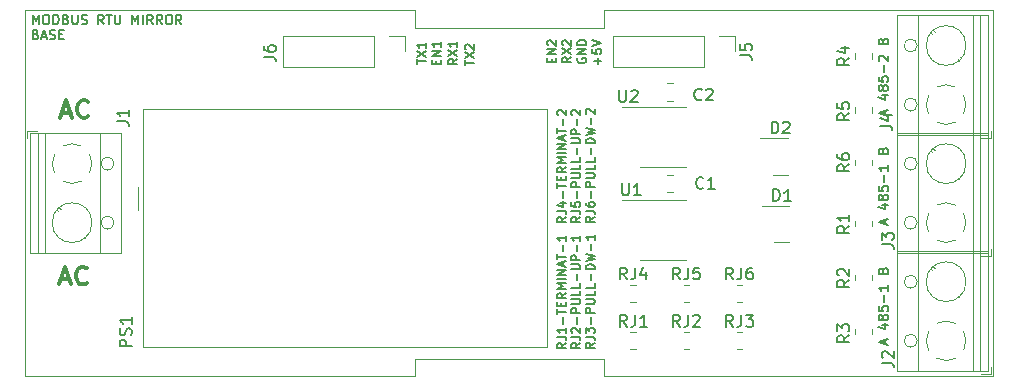
<source format=gbr>
%TF.GenerationSoftware,KiCad,Pcbnew,6.0.11-2627ca5db0~126~ubuntu20.04.1*%
%TF.CreationDate,2024-09-22T13:49:42-05:00*%
%TF.ProjectId,modbus_rtu_mirror_base_88x37x59mm,6d6f6462-7573-45f7-9274-755f6d697272,rev?*%
%TF.SameCoordinates,Original*%
%TF.FileFunction,Legend,Top*%
%TF.FilePolarity,Positive*%
%FSLAX46Y46*%
G04 Gerber Fmt 4.6, Leading zero omitted, Abs format (unit mm)*
G04 Created by KiCad (PCBNEW 6.0.11-2627ca5db0~126~ubuntu20.04.1) date 2024-09-22 13:49:42*
%MOMM*%
%LPD*%
G01*
G04 APERTURE LIST*
%TA.AperFunction,Profile*%
%ADD10C,0.100000*%
%TD*%
%ADD11C,0.200000*%
%ADD12C,0.187500*%
%ADD13C,0.300000*%
%ADD14C,0.150000*%
%ADD15C,0.120000*%
G04 APERTURE END LIST*
D10*
X133000000Y-101500000D02*
X149000000Y-101500000D01*
X149000000Y-131000000D02*
X149000000Y-129500000D01*
X149000000Y-100000000D02*
X149000000Y-101500000D01*
X133000000Y-129500000D02*
X149000000Y-129500000D01*
X100000000Y-100000000D02*
X100000000Y-131000000D01*
X100000000Y-131000000D02*
X133000000Y-131000000D01*
X182000000Y-100000000D02*
X182000000Y-131000000D01*
X149000000Y-131000000D02*
X182000000Y-131000000D01*
X100000000Y-100000000D02*
X133000000Y-100000000D01*
X133000000Y-100000000D02*
X133000000Y-101500000D01*
X133000000Y-131000000D02*
X133000000Y-129500000D01*
X149000000Y-100000000D02*
X182000000Y-100000000D01*
D11*
X100650476Y-101190904D02*
X100650476Y-100390904D01*
X100917142Y-100962333D01*
X101183809Y-100390904D01*
X101183809Y-101190904D01*
X101717142Y-100390904D02*
X101869523Y-100390904D01*
X101945714Y-100429000D01*
X102021904Y-100505190D01*
X102060000Y-100657571D01*
X102060000Y-100924238D01*
X102021904Y-101076619D01*
X101945714Y-101152809D01*
X101869523Y-101190904D01*
X101717142Y-101190904D01*
X101640952Y-101152809D01*
X101564761Y-101076619D01*
X101526666Y-100924238D01*
X101526666Y-100657571D01*
X101564761Y-100505190D01*
X101640952Y-100429000D01*
X101717142Y-100390904D01*
X102402857Y-101190904D02*
X102402857Y-100390904D01*
X102593333Y-100390904D01*
X102707619Y-100429000D01*
X102783809Y-100505190D01*
X102821904Y-100581380D01*
X102860000Y-100733761D01*
X102860000Y-100848047D01*
X102821904Y-101000428D01*
X102783809Y-101076619D01*
X102707619Y-101152809D01*
X102593333Y-101190904D01*
X102402857Y-101190904D01*
X103469523Y-100771857D02*
X103583809Y-100809952D01*
X103621904Y-100848047D01*
X103660000Y-100924238D01*
X103660000Y-101038523D01*
X103621904Y-101114714D01*
X103583809Y-101152809D01*
X103507619Y-101190904D01*
X103202857Y-101190904D01*
X103202857Y-100390904D01*
X103469523Y-100390904D01*
X103545714Y-100429000D01*
X103583809Y-100467095D01*
X103621904Y-100543285D01*
X103621904Y-100619476D01*
X103583809Y-100695666D01*
X103545714Y-100733761D01*
X103469523Y-100771857D01*
X103202857Y-100771857D01*
X104002857Y-100390904D02*
X104002857Y-101038523D01*
X104040952Y-101114714D01*
X104079047Y-101152809D01*
X104155238Y-101190904D01*
X104307619Y-101190904D01*
X104383809Y-101152809D01*
X104421904Y-101114714D01*
X104460000Y-101038523D01*
X104460000Y-100390904D01*
X104802857Y-101152809D02*
X104917142Y-101190904D01*
X105107619Y-101190904D01*
X105183809Y-101152809D01*
X105221904Y-101114714D01*
X105260000Y-101038523D01*
X105260000Y-100962333D01*
X105221904Y-100886142D01*
X105183809Y-100848047D01*
X105107619Y-100809952D01*
X104955238Y-100771857D01*
X104879047Y-100733761D01*
X104840952Y-100695666D01*
X104802857Y-100619476D01*
X104802857Y-100543285D01*
X104840952Y-100467095D01*
X104879047Y-100429000D01*
X104955238Y-100390904D01*
X105145714Y-100390904D01*
X105260000Y-100429000D01*
X106669523Y-101190904D02*
X106402857Y-100809952D01*
X106212380Y-101190904D02*
X106212380Y-100390904D01*
X106517142Y-100390904D01*
X106593333Y-100429000D01*
X106631428Y-100467095D01*
X106669523Y-100543285D01*
X106669523Y-100657571D01*
X106631428Y-100733761D01*
X106593333Y-100771857D01*
X106517142Y-100809952D01*
X106212380Y-100809952D01*
X106898095Y-100390904D02*
X107355238Y-100390904D01*
X107126666Y-101190904D02*
X107126666Y-100390904D01*
X107621904Y-100390904D02*
X107621904Y-101038523D01*
X107660000Y-101114714D01*
X107698095Y-101152809D01*
X107774285Y-101190904D01*
X107926666Y-101190904D01*
X108002857Y-101152809D01*
X108040952Y-101114714D01*
X108079047Y-101038523D01*
X108079047Y-100390904D01*
X109069523Y-101190904D02*
X109069523Y-100390904D01*
X109336190Y-100962333D01*
X109602857Y-100390904D01*
X109602857Y-101190904D01*
X109983809Y-101190904D02*
X109983809Y-100390904D01*
X110821904Y-101190904D02*
X110555238Y-100809952D01*
X110364761Y-101190904D02*
X110364761Y-100390904D01*
X110669523Y-100390904D01*
X110745714Y-100429000D01*
X110783809Y-100467095D01*
X110821904Y-100543285D01*
X110821904Y-100657571D01*
X110783809Y-100733761D01*
X110745714Y-100771857D01*
X110669523Y-100809952D01*
X110364761Y-100809952D01*
X111621904Y-101190904D02*
X111355238Y-100809952D01*
X111164761Y-101190904D02*
X111164761Y-100390904D01*
X111469523Y-100390904D01*
X111545714Y-100429000D01*
X111583809Y-100467095D01*
X111621904Y-100543285D01*
X111621904Y-100657571D01*
X111583809Y-100733761D01*
X111545714Y-100771857D01*
X111469523Y-100809952D01*
X111164761Y-100809952D01*
X112117142Y-100390904D02*
X112269523Y-100390904D01*
X112345714Y-100429000D01*
X112421904Y-100505190D01*
X112460000Y-100657571D01*
X112460000Y-100924238D01*
X112421904Y-101076619D01*
X112345714Y-101152809D01*
X112269523Y-101190904D01*
X112117142Y-101190904D01*
X112040952Y-101152809D01*
X111964761Y-101076619D01*
X111926666Y-100924238D01*
X111926666Y-100657571D01*
X111964761Y-100505190D01*
X112040952Y-100429000D01*
X112117142Y-100390904D01*
X113260000Y-101190904D02*
X112993333Y-100809952D01*
X112802857Y-101190904D02*
X112802857Y-100390904D01*
X113107619Y-100390904D01*
X113183809Y-100429000D01*
X113221904Y-100467095D01*
X113260000Y-100543285D01*
X113260000Y-100657571D01*
X113221904Y-100733761D01*
X113183809Y-100771857D01*
X113107619Y-100809952D01*
X112802857Y-100809952D01*
X100917142Y-102059857D02*
X101031428Y-102097952D01*
X101069523Y-102136047D01*
X101107619Y-102212238D01*
X101107619Y-102326523D01*
X101069523Y-102402714D01*
X101031428Y-102440809D01*
X100955238Y-102478904D01*
X100650476Y-102478904D01*
X100650476Y-101678904D01*
X100917142Y-101678904D01*
X100993333Y-101717000D01*
X101031428Y-101755095D01*
X101069523Y-101831285D01*
X101069523Y-101907476D01*
X101031428Y-101983666D01*
X100993333Y-102021761D01*
X100917142Y-102059857D01*
X100650476Y-102059857D01*
X101412380Y-102250333D02*
X101793333Y-102250333D01*
X101336190Y-102478904D02*
X101602857Y-101678904D01*
X101869523Y-102478904D01*
X102098095Y-102440809D02*
X102212380Y-102478904D01*
X102402857Y-102478904D01*
X102479047Y-102440809D01*
X102517142Y-102402714D01*
X102555238Y-102326523D01*
X102555238Y-102250333D01*
X102517142Y-102174142D01*
X102479047Y-102136047D01*
X102402857Y-102097952D01*
X102250476Y-102059857D01*
X102174285Y-102021761D01*
X102136190Y-101983666D01*
X102098095Y-101907476D01*
X102098095Y-101831285D01*
X102136190Y-101755095D01*
X102174285Y-101717000D01*
X102250476Y-101678904D01*
X102440952Y-101678904D01*
X102555238Y-101717000D01*
X102898095Y-102059857D02*
X103164761Y-102059857D01*
X103279047Y-102478904D02*
X102898095Y-102478904D01*
X102898095Y-101678904D01*
X103279047Y-101678904D01*
D12*
X134820428Y-104542714D02*
X134820428Y-104292714D01*
X135213285Y-104185571D02*
X135213285Y-104542714D01*
X134463285Y-104542714D01*
X134463285Y-104185571D01*
X135213285Y-103864142D02*
X134463285Y-103864142D01*
X135213285Y-103435571D01*
X134463285Y-103435571D01*
X135213285Y-102685571D02*
X135213285Y-103114142D01*
X135213285Y-102899857D02*
X134463285Y-102899857D01*
X134570428Y-102971285D01*
X134641857Y-103042714D01*
X134677571Y-103114142D01*
X133193285Y-104560571D02*
X133193285Y-104132000D01*
X133943285Y-104346285D02*
X133193285Y-104346285D01*
X133193285Y-103953428D02*
X133943285Y-103453428D01*
X133193285Y-103453428D02*
X133943285Y-103953428D01*
X133943285Y-102774857D02*
X133943285Y-103203428D01*
X133943285Y-102989142D02*
X133193285Y-102989142D01*
X133300428Y-103060571D01*
X133371857Y-103132000D01*
X133407571Y-103203428D01*
X148516571Y-104596285D02*
X148516571Y-104024857D01*
X148802285Y-104310571D02*
X148230857Y-104310571D01*
X148052285Y-103310571D02*
X148052285Y-103667714D01*
X148409428Y-103703428D01*
X148373714Y-103667714D01*
X148338000Y-103596285D01*
X148338000Y-103417714D01*
X148373714Y-103346285D01*
X148409428Y-103310571D01*
X148480857Y-103274857D01*
X148659428Y-103274857D01*
X148730857Y-103310571D01*
X148766571Y-103346285D01*
X148802285Y-103417714D01*
X148802285Y-103596285D01*
X148766571Y-103667714D01*
X148730857Y-103703428D01*
X148052285Y-103060571D02*
X148802285Y-102810571D01*
X148052285Y-102560571D01*
D11*
X172853333Y-118154047D02*
X172853333Y-117773095D01*
X173081904Y-118230238D02*
X172281904Y-117963571D01*
X173081904Y-117696904D01*
X172548571Y-116477857D02*
X173081904Y-116477857D01*
X172243809Y-116668333D02*
X172815238Y-116858809D01*
X172815238Y-116363571D01*
X172624761Y-115944523D02*
X172586666Y-116020714D01*
X172548571Y-116058809D01*
X172472380Y-116096904D01*
X172434285Y-116096904D01*
X172358095Y-116058809D01*
X172320000Y-116020714D01*
X172281904Y-115944523D01*
X172281904Y-115792142D01*
X172320000Y-115715952D01*
X172358095Y-115677857D01*
X172434285Y-115639761D01*
X172472380Y-115639761D01*
X172548571Y-115677857D01*
X172586666Y-115715952D01*
X172624761Y-115792142D01*
X172624761Y-115944523D01*
X172662857Y-116020714D01*
X172700952Y-116058809D01*
X172777142Y-116096904D01*
X172929523Y-116096904D01*
X173005714Y-116058809D01*
X173043809Y-116020714D01*
X173081904Y-115944523D01*
X173081904Y-115792142D01*
X173043809Y-115715952D01*
X173005714Y-115677857D01*
X172929523Y-115639761D01*
X172777142Y-115639761D01*
X172700952Y-115677857D01*
X172662857Y-115715952D01*
X172624761Y-115792142D01*
X172281904Y-114915952D02*
X172281904Y-115296904D01*
X172662857Y-115335000D01*
X172624761Y-115296904D01*
X172586666Y-115220714D01*
X172586666Y-115030238D01*
X172624761Y-114954047D01*
X172662857Y-114915952D01*
X172739047Y-114877857D01*
X172929523Y-114877857D01*
X173005714Y-114915952D01*
X173043809Y-114954047D01*
X173081904Y-115030238D01*
X173081904Y-115220714D01*
X173043809Y-115296904D01*
X173005714Y-115335000D01*
X172777142Y-114535000D02*
X172777142Y-113925476D01*
X173081904Y-113125476D02*
X173081904Y-113582619D01*
X173081904Y-113354047D02*
X172281904Y-113354047D01*
X172396190Y-113430238D01*
X172472380Y-113506428D01*
X172510476Y-113582619D01*
X172662857Y-111906428D02*
X172700952Y-111792142D01*
X172739047Y-111754047D01*
X172815238Y-111715952D01*
X172929523Y-111715952D01*
X173005714Y-111754047D01*
X173043809Y-111792142D01*
X173081904Y-111868333D01*
X173081904Y-112173095D01*
X172281904Y-112173095D01*
X172281904Y-111906428D01*
X172320000Y-111830238D01*
X172358095Y-111792142D01*
X172434285Y-111754047D01*
X172510476Y-111754047D01*
X172586666Y-111792142D01*
X172624761Y-111830238D01*
X172662857Y-111906428D01*
X172662857Y-112173095D01*
D12*
X145816785Y-117507982D02*
X145459642Y-117757982D01*
X145816785Y-117936553D02*
X145066785Y-117936553D01*
X145066785Y-117650839D01*
X145102500Y-117579410D01*
X145138214Y-117543696D01*
X145209642Y-117507982D01*
X145316785Y-117507982D01*
X145388214Y-117543696D01*
X145423928Y-117579410D01*
X145459642Y-117650839D01*
X145459642Y-117936553D01*
X145066785Y-116972267D02*
X145602500Y-116972267D01*
X145709642Y-117007982D01*
X145781071Y-117079410D01*
X145816785Y-117186553D01*
X145816785Y-117257982D01*
X145316785Y-116293696D02*
X145816785Y-116293696D01*
X145031071Y-116472267D02*
X145566785Y-116650839D01*
X145566785Y-116186553D01*
X145531071Y-115900839D02*
X145531071Y-115329410D01*
X145066785Y-115079410D02*
X145066785Y-114650839D01*
X145816785Y-114865125D02*
X145066785Y-114865125D01*
X145423928Y-114400839D02*
X145423928Y-114150839D01*
X145816785Y-114043696D02*
X145816785Y-114400839D01*
X145066785Y-114400839D01*
X145066785Y-114043696D01*
X145816785Y-113293696D02*
X145459642Y-113543696D01*
X145816785Y-113722267D02*
X145066785Y-113722267D01*
X145066785Y-113436553D01*
X145102500Y-113365125D01*
X145138214Y-113329410D01*
X145209642Y-113293696D01*
X145316785Y-113293696D01*
X145388214Y-113329410D01*
X145423928Y-113365125D01*
X145459642Y-113436553D01*
X145459642Y-113722267D01*
X145816785Y-112972267D02*
X145066785Y-112972267D01*
X145602500Y-112722267D01*
X145066785Y-112472267D01*
X145816785Y-112472267D01*
X145816785Y-112115125D02*
X145066785Y-112115125D01*
X145816785Y-111757982D02*
X145066785Y-111757982D01*
X145816785Y-111329410D01*
X145066785Y-111329410D01*
X145602500Y-111007982D02*
X145602500Y-110650839D01*
X145816785Y-111079410D02*
X145066785Y-110829410D01*
X145816785Y-110579410D01*
X145066785Y-110436553D02*
X145066785Y-110007982D01*
X145816785Y-110222267D02*
X145066785Y-110222267D01*
X145531071Y-109757982D02*
X145531071Y-109186553D01*
X145138214Y-108865125D02*
X145102500Y-108829410D01*
X145066785Y-108757982D01*
X145066785Y-108579410D01*
X145102500Y-108507982D01*
X145138214Y-108472267D01*
X145209642Y-108436553D01*
X145281071Y-108436553D01*
X145388214Y-108472267D01*
X145816785Y-108900839D01*
X145816785Y-108436553D01*
X147024285Y-117507982D02*
X146667142Y-117757982D01*
X147024285Y-117936553D02*
X146274285Y-117936553D01*
X146274285Y-117650839D01*
X146310000Y-117579410D01*
X146345714Y-117543696D01*
X146417142Y-117507982D01*
X146524285Y-117507982D01*
X146595714Y-117543696D01*
X146631428Y-117579410D01*
X146667142Y-117650839D01*
X146667142Y-117936553D01*
X146274285Y-116972267D02*
X146810000Y-116972267D01*
X146917142Y-117007982D01*
X146988571Y-117079410D01*
X147024285Y-117186553D01*
X147024285Y-117257982D01*
X146274285Y-116257982D02*
X146274285Y-116615125D01*
X146631428Y-116650839D01*
X146595714Y-116615125D01*
X146560000Y-116543696D01*
X146560000Y-116365125D01*
X146595714Y-116293696D01*
X146631428Y-116257982D01*
X146702857Y-116222267D01*
X146881428Y-116222267D01*
X146952857Y-116257982D01*
X146988571Y-116293696D01*
X147024285Y-116365125D01*
X147024285Y-116543696D01*
X146988571Y-116615125D01*
X146952857Y-116650839D01*
X146738571Y-115900839D02*
X146738571Y-115329410D01*
X147024285Y-114972267D02*
X146274285Y-114972267D01*
X146274285Y-114686553D01*
X146310000Y-114615125D01*
X146345714Y-114579410D01*
X146417142Y-114543696D01*
X146524285Y-114543696D01*
X146595714Y-114579410D01*
X146631428Y-114615125D01*
X146667142Y-114686553D01*
X146667142Y-114972267D01*
X146274285Y-114222267D02*
X146881428Y-114222267D01*
X146952857Y-114186553D01*
X146988571Y-114150839D01*
X147024285Y-114079410D01*
X147024285Y-113936553D01*
X146988571Y-113865125D01*
X146952857Y-113829410D01*
X146881428Y-113793696D01*
X146274285Y-113793696D01*
X147024285Y-113079410D02*
X147024285Y-113436553D01*
X146274285Y-113436553D01*
X147024285Y-112472267D02*
X147024285Y-112829410D01*
X146274285Y-112829410D01*
X146738571Y-112222267D02*
X146738571Y-111650839D01*
X146274285Y-111293696D02*
X146881428Y-111293696D01*
X146952857Y-111257982D01*
X146988571Y-111222267D01*
X147024285Y-111150839D01*
X147024285Y-111007982D01*
X146988571Y-110936553D01*
X146952857Y-110900839D01*
X146881428Y-110865125D01*
X146274285Y-110865125D01*
X147024285Y-110507982D02*
X146274285Y-110507982D01*
X146274285Y-110222267D01*
X146310000Y-110150839D01*
X146345714Y-110115125D01*
X146417142Y-110079410D01*
X146524285Y-110079410D01*
X146595714Y-110115125D01*
X146631428Y-110150839D01*
X146667142Y-110222267D01*
X146667142Y-110507982D01*
X146738571Y-109757982D02*
X146738571Y-109186553D01*
X146345714Y-108865125D02*
X146310000Y-108829410D01*
X146274285Y-108757982D01*
X146274285Y-108579410D01*
X146310000Y-108507982D01*
X146345714Y-108472267D01*
X146417142Y-108436553D01*
X146488571Y-108436553D01*
X146595714Y-108472267D01*
X147024285Y-108900839D01*
X147024285Y-108436553D01*
X148231785Y-117507982D02*
X147874642Y-117757982D01*
X148231785Y-117936553D02*
X147481785Y-117936553D01*
X147481785Y-117650839D01*
X147517500Y-117579410D01*
X147553214Y-117543696D01*
X147624642Y-117507982D01*
X147731785Y-117507982D01*
X147803214Y-117543696D01*
X147838928Y-117579410D01*
X147874642Y-117650839D01*
X147874642Y-117936553D01*
X147481785Y-116972267D02*
X148017500Y-116972267D01*
X148124642Y-117007982D01*
X148196071Y-117079410D01*
X148231785Y-117186553D01*
X148231785Y-117257982D01*
X147481785Y-116293696D02*
X147481785Y-116436553D01*
X147517500Y-116507982D01*
X147553214Y-116543696D01*
X147660357Y-116615125D01*
X147803214Y-116650839D01*
X148088928Y-116650839D01*
X148160357Y-116615125D01*
X148196071Y-116579410D01*
X148231785Y-116507982D01*
X148231785Y-116365125D01*
X148196071Y-116293696D01*
X148160357Y-116257982D01*
X148088928Y-116222267D01*
X147910357Y-116222267D01*
X147838928Y-116257982D01*
X147803214Y-116293696D01*
X147767500Y-116365125D01*
X147767500Y-116507982D01*
X147803214Y-116579410D01*
X147838928Y-116615125D01*
X147910357Y-116650839D01*
X147946071Y-115900839D02*
X147946071Y-115329410D01*
X148231785Y-114972267D02*
X147481785Y-114972267D01*
X147481785Y-114686553D01*
X147517500Y-114615125D01*
X147553214Y-114579410D01*
X147624642Y-114543696D01*
X147731785Y-114543696D01*
X147803214Y-114579410D01*
X147838928Y-114615125D01*
X147874642Y-114686553D01*
X147874642Y-114972267D01*
X147481785Y-114222267D02*
X148088928Y-114222267D01*
X148160357Y-114186553D01*
X148196071Y-114150839D01*
X148231785Y-114079410D01*
X148231785Y-113936553D01*
X148196071Y-113865125D01*
X148160357Y-113829410D01*
X148088928Y-113793696D01*
X147481785Y-113793696D01*
X148231785Y-113079410D02*
X148231785Y-113436553D01*
X147481785Y-113436553D01*
X148231785Y-112472267D02*
X148231785Y-112829410D01*
X147481785Y-112829410D01*
X147946071Y-112222267D02*
X147946071Y-111650839D01*
X148231785Y-111293696D02*
X147481785Y-111293696D01*
X147481785Y-111115125D01*
X147517500Y-111007982D01*
X147588928Y-110936553D01*
X147660357Y-110900839D01*
X147803214Y-110865125D01*
X147910357Y-110865125D01*
X148053214Y-110900839D01*
X148124642Y-110936553D01*
X148196071Y-111007982D01*
X148231785Y-111115125D01*
X148231785Y-111293696D01*
X147481785Y-110615125D02*
X148231785Y-110436553D01*
X147696071Y-110293696D01*
X148231785Y-110150839D01*
X147481785Y-109972267D01*
X147946071Y-109686553D02*
X147946071Y-109115125D01*
X147553214Y-108793696D02*
X147517500Y-108757982D01*
X147481785Y-108686553D01*
X147481785Y-108507982D01*
X147517500Y-108436553D01*
X147553214Y-108400839D01*
X147624642Y-108365125D01*
X147696071Y-108365125D01*
X147803214Y-108400839D01*
X148231785Y-108829410D01*
X148231785Y-108365125D01*
X136610285Y-104114142D02*
X136253142Y-104364142D01*
X136610285Y-104542714D02*
X135860285Y-104542714D01*
X135860285Y-104257000D01*
X135896000Y-104185571D01*
X135931714Y-104149857D01*
X136003142Y-104114142D01*
X136110285Y-104114142D01*
X136181714Y-104149857D01*
X136217428Y-104185571D01*
X136253142Y-104257000D01*
X136253142Y-104542714D01*
X135860285Y-103864142D02*
X136610285Y-103364142D01*
X135860285Y-103364142D02*
X136610285Y-103864142D01*
X136610285Y-102685571D02*
X136610285Y-103114142D01*
X136610285Y-102899857D02*
X135860285Y-102899857D01*
X135967428Y-102971285D01*
X136038857Y-103042714D01*
X136074571Y-103114142D01*
D11*
X172853333Y-108883047D02*
X172853333Y-108502095D01*
X173081904Y-108959238D02*
X172281904Y-108692571D01*
X173081904Y-108425904D01*
X172548571Y-107206857D02*
X173081904Y-107206857D01*
X172243809Y-107397333D02*
X172815238Y-107587809D01*
X172815238Y-107092571D01*
X172624761Y-106673523D02*
X172586666Y-106749714D01*
X172548571Y-106787809D01*
X172472380Y-106825904D01*
X172434285Y-106825904D01*
X172358095Y-106787809D01*
X172320000Y-106749714D01*
X172281904Y-106673523D01*
X172281904Y-106521142D01*
X172320000Y-106444952D01*
X172358095Y-106406857D01*
X172434285Y-106368761D01*
X172472380Y-106368761D01*
X172548571Y-106406857D01*
X172586666Y-106444952D01*
X172624761Y-106521142D01*
X172624761Y-106673523D01*
X172662857Y-106749714D01*
X172700952Y-106787809D01*
X172777142Y-106825904D01*
X172929523Y-106825904D01*
X173005714Y-106787809D01*
X173043809Y-106749714D01*
X173081904Y-106673523D01*
X173081904Y-106521142D01*
X173043809Y-106444952D01*
X173005714Y-106406857D01*
X172929523Y-106368761D01*
X172777142Y-106368761D01*
X172700952Y-106406857D01*
X172662857Y-106444952D01*
X172624761Y-106521142D01*
X172281904Y-105644952D02*
X172281904Y-106025904D01*
X172662857Y-106064000D01*
X172624761Y-106025904D01*
X172586666Y-105949714D01*
X172586666Y-105759238D01*
X172624761Y-105683047D01*
X172662857Y-105644952D01*
X172739047Y-105606857D01*
X172929523Y-105606857D01*
X173005714Y-105644952D01*
X173043809Y-105683047D01*
X173081904Y-105759238D01*
X173081904Y-105949714D01*
X173043809Y-106025904D01*
X173005714Y-106064000D01*
X172777142Y-105264000D02*
X172777142Y-104654476D01*
X172358095Y-104311619D02*
X172320000Y-104273523D01*
X172281904Y-104197333D01*
X172281904Y-104006857D01*
X172320000Y-103930666D01*
X172358095Y-103892571D01*
X172434285Y-103854476D01*
X172510476Y-103854476D01*
X172624761Y-103892571D01*
X173081904Y-104349714D01*
X173081904Y-103854476D01*
X172662857Y-102635428D02*
X172700952Y-102521142D01*
X172739047Y-102483047D01*
X172815238Y-102444952D01*
X172929523Y-102444952D01*
X173005714Y-102483047D01*
X173043809Y-102521142D01*
X173081904Y-102597333D01*
X173081904Y-102902095D01*
X172281904Y-102902095D01*
X172281904Y-102635428D01*
X172320000Y-102559238D01*
X172358095Y-102521142D01*
X172434285Y-102483047D01*
X172510476Y-102483047D01*
X172586666Y-102521142D01*
X172624761Y-102559238D01*
X172662857Y-102635428D01*
X172662857Y-102902095D01*
D13*
X103159857Y-108708000D02*
X103874142Y-108708000D01*
X103017000Y-109136571D02*
X103517000Y-107636571D01*
X104017000Y-109136571D01*
X105374142Y-108993714D02*
X105302714Y-109065142D01*
X105088428Y-109136571D01*
X104945571Y-109136571D01*
X104731285Y-109065142D01*
X104588428Y-108922285D01*
X104517000Y-108779428D01*
X104445571Y-108493714D01*
X104445571Y-108279428D01*
X104517000Y-107993714D01*
X104588428Y-107850857D01*
X104731285Y-107708000D01*
X104945571Y-107636571D01*
X105088428Y-107636571D01*
X105302714Y-107708000D01*
X105374142Y-107779428D01*
D12*
X146818000Y-104076428D02*
X146782285Y-104147857D01*
X146782285Y-104255000D01*
X146818000Y-104362142D01*
X146889428Y-104433571D01*
X146960857Y-104469285D01*
X147103714Y-104505000D01*
X147210857Y-104505000D01*
X147353714Y-104469285D01*
X147425142Y-104433571D01*
X147496571Y-104362142D01*
X147532285Y-104255000D01*
X147532285Y-104183571D01*
X147496571Y-104076428D01*
X147460857Y-104040714D01*
X147210857Y-104040714D01*
X147210857Y-104183571D01*
X147532285Y-103719285D02*
X146782285Y-103719285D01*
X147532285Y-103290714D01*
X146782285Y-103290714D01*
X147532285Y-102933571D02*
X146782285Y-102933571D01*
X146782285Y-102755000D01*
X146818000Y-102647857D01*
X146889428Y-102576428D01*
X146960857Y-102540714D01*
X147103714Y-102505000D01*
X147210857Y-102505000D01*
X147353714Y-102540714D01*
X147425142Y-102576428D01*
X147496571Y-102647857D01*
X147532285Y-102755000D01*
X147532285Y-102933571D01*
D11*
X172853333Y-128314047D02*
X172853333Y-127933095D01*
X173081904Y-128390238D02*
X172281904Y-128123571D01*
X173081904Y-127856904D01*
X172548571Y-126637857D02*
X173081904Y-126637857D01*
X172243809Y-126828333D02*
X172815238Y-127018809D01*
X172815238Y-126523571D01*
X172624761Y-126104523D02*
X172586666Y-126180714D01*
X172548571Y-126218809D01*
X172472380Y-126256904D01*
X172434285Y-126256904D01*
X172358095Y-126218809D01*
X172320000Y-126180714D01*
X172281904Y-126104523D01*
X172281904Y-125952142D01*
X172320000Y-125875952D01*
X172358095Y-125837857D01*
X172434285Y-125799761D01*
X172472380Y-125799761D01*
X172548571Y-125837857D01*
X172586666Y-125875952D01*
X172624761Y-125952142D01*
X172624761Y-126104523D01*
X172662857Y-126180714D01*
X172700952Y-126218809D01*
X172777142Y-126256904D01*
X172929523Y-126256904D01*
X173005714Y-126218809D01*
X173043809Y-126180714D01*
X173081904Y-126104523D01*
X173081904Y-125952142D01*
X173043809Y-125875952D01*
X173005714Y-125837857D01*
X172929523Y-125799761D01*
X172777142Y-125799761D01*
X172700952Y-125837857D01*
X172662857Y-125875952D01*
X172624761Y-125952142D01*
X172281904Y-125075952D02*
X172281904Y-125456904D01*
X172662857Y-125495000D01*
X172624761Y-125456904D01*
X172586666Y-125380714D01*
X172586666Y-125190238D01*
X172624761Y-125114047D01*
X172662857Y-125075952D01*
X172739047Y-125037857D01*
X172929523Y-125037857D01*
X173005714Y-125075952D01*
X173043809Y-125114047D01*
X173081904Y-125190238D01*
X173081904Y-125380714D01*
X173043809Y-125456904D01*
X173005714Y-125495000D01*
X172777142Y-124695000D02*
X172777142Y-124085476D01*
X173081904Y-123285476D02*
X173081904Y-123742619D01*
X173081904Y-123514047D02*
X172281904Y-123514047D01*
X172396190Y-123590238D01*
X172472380Y-123666428D01*
X172510476Y-123742619D01*
X172662857Y-122066428D02*
X172700952Y-121952142D01*
X172739047Y-121914047D01*
X172815238Y-121875952D01*
X172929523Y-121875952D01*
X173005714Y-121914047D01*
X173043809Y-121952142D01*
X173081904Y-122028333D01*
X173081904Y-122333095D01*
X172281904Y-122333095D01*
X172281904Y-122066428D01*
X172320000Y-121990238D01*
X172358095Y-121952142D01*
X172434285Y-121914047D01*
X172510476Y-121914047D01*
X172586666Y-121952142D01*
X172624761Y-121990238D01*
X172662857Y-122066428D01*
X172662857Y-122333095D01*
D12*
X146262285Y-103987142D02*
X145905142Y-104237142D01*
X146262285Y-104415714D02*
X145512285Y-104415714D01*
X145512285Y-104130000D01*
X145548000Y-104058571D01*
X145583714Y-104022857D01*
X145655142Y-103987142D01*
X145762285Y-103987142D01*
X145833714Y-104022857D01*
X145869428Y-104058571D01*
X145905142Y-104130000D01*
X145905142Y-104415714D01*
X145512285Y-103737142D02*
X146262285Y-103237142D01*
X145512285Y-103237142D02*
X146262285Y-103737142D01*
X145583714Y-102987142D02*
X145548000Y-102951428D01*
X145512285Y-102880000D01*
X145512285Y-102701428D01*
X145548000Y-102630000D01*
X145583714Y-102594285D01*
X145655142Y-102558571D01*
X145726571Y-102558571D01*
X145833714Y-102594285D01*
X146262285Y-103022857D01*
X146262285Y-102558571D01*
X144599428Y-104415714D02*
X144599428Y-104165714D01*
X144992285Y-104058571D02*
X144992285Y-104415714D01*
X144242285Y-104415714D01*
X144242285Y-104058571D01*
X144992285Y-103737142D02*
X144242285Y-103737142D01*
X144992285Y-103308571D01*
X144242285Y-103308571D01*
X144313714Y-102987142D02*
X144278000Y-102951428D01*
X144242285Y-102880000D01*
X144242285Y-102701428D01*
X144278000Y-102630000D01*
X144313714Y-102594285D01*
X144385142Y-102558571D01*
X144456571Y-102558571D01*
X144563714Y-102594285D01*
X144992285Y-103022857D01*
X144992285Y-102558571D01*
D13*
X103032857Y-122805000D02*
X103747142Y-122805000D01*
X102890000Y-123233571D02*
X103390000Y-121733571D01*
X103890000Y-123233571D01*
X105247142Y-123090714D02*
X105175714Y-123162142D01*
X104961428Y-123233571D01*
X104818571Y-123233571D01*
X104604285Y-123162142D01*
X104461428Y-123019285D01*
X104390000Y-122876428D01*
X104318571Y-122590714D01*
X104318571Y-122376428D01*
X104390000Y-122090714D01*
X104461428Y-121947857D01*
X104604285Y-121805000D01*
X104818571Y-121733571D01*
X104961428Y-121733571D01*
X105175714Y-121805000D01*
X105247142Y-121876428D01*
D12*
X137257285Y-104687571D02*
X137257285Y-104259000D01*
X138007285Y-104473285D02*
X137257285Y-104473285D01*
X137257285Y-104080428D02*
X138007285Y-103580428D01*
X137257285Y-103580428D02*
X138007285Y-104080428D01*
X137328714Y-103330428D02*
X137293000Y-103294714D01*
X137257285Y-103223285D01*
X137257285Y-103044714D01*
X137293000Y-102973285D01*
X137328714Y-102937571D01*
X137400142Y-102901857D01*
X137471571Y-102901857D01*
X137578714Y-102937571D01*
X138007285Y-103366142D01*
X138007285Y-102901857D01*
X145816785Y-128175982D02*
X145459642Y-128425982D01*
X145816785Y-128604553D02*
X145066785Y-128604553D01*
X145066785Y-128318839D01*
X145102500Y-128247410D01*
X145138214Y-128211696D01*
X145209642Y-128175982D01*
X145316785Y-128175982D01*
X145388214Y-128211696D01*
X145423928Y-128247410D01*
X145459642Y-128318839D01*
X145459642Y-128604553D01*
X145066785Y-127640267D02*
X145602500Y-127640267D01*
X145709642Y-127675982D01*
X145781071Y-127747410D01*
X145816785Y-127854553D01*
X145816785Y-127925982D01*
X145816785Y-126890267D02*
X145816785Y-127318839D01*
X145816785Y-127104553D02*
X145066785Y-127104553D01*
X145173928Y-127175982D01*
X145245357Y-127247410D01*
X145281071Y-127318839D01*
X145531071Y-126568839D02*
X145531071Y-125997410D01*
X145066785Y-125747410D02*
X145066785Y-125318839D01*
X145816785Y-125533125D02*
X145066785Y-125533125D01*
X145423928Y-125068839D02*
X145423928Y-124818839D01*
X145816785Y-124711696D02*
X145816785Y-125068839D01*
X145066785Y-125068839D01*
X145066785Y-124711696D01*
X145816785Y-123961696D02*
X145459642Y-124211696D01*
X145816785Y-124390267D02*
X145066785Y-124390267D01*
X145066785Y-124104553D01*
X145102500Y-124033125D01*
X145138214Y-123997410D01*
X145209642Y-123961696D01*
X145316785Y-123961696D01*
X145388214Y-123997410D01*
X145423928Y-124033125D01*
X145459642Y-124104553D01*
X145459642Y-124390267D01*
X145816785Y-123640267D02*
X145066785Y-123640267D01*
X145602500Y-123390267D01*
X145066785Y-123140267D01*
X145816785Y-123140267D01*
X145816785Y-122783125D02*
X145066785Y-122783125D01*
X145816785Y-122425982D02*
X145066785Y-122425982D01*
X145816785Y-121997410D01*
X145066785Y-121997410D01*
X145602500Y-121675982D02*
X145602500Y-121318839D01*
X145816785Y-121747410D02*
X145066785Y-121497410D01*
X145816785Y-121247410D01*
X145066785Y-121104553D02*
X145066785Y-120675982D01*
X145816785Y-120890267D02*
X145066785Y-120890267D01*
X145531071Y-120425982D02*
X145531071Y-119854553D01*
X145816785Y-119104553D02*
X145816785Y-119533125D01*
X145816785Y-119318839D02*
X145066785Y-119318839D01*
X145173928Y-119390267D01*
X145245357Y-119461696D01*
X145281071Y-119533125D01*
X147024285Y-128175982D02*
X146667142Y-128425982D01*
X147024285Y-128604553D02*
X146274285Y-128604553D01*
X146274285Y-128318839D01*
X146310000Y-128247410D01*
X146345714Y-128211696D01*
X146417142Y-128175982D01*
X146524285Y-128175982D01*
X146595714Y-128211696D01*
X146631428Y-128247410D01*
X146667142Y-128318839D01*
X146667142Y-128604553D01*
X146274285Y-127640267D02*
X146810000Y-127640267D01*
X146917142Y-127675982D01*
X146988571Y-127747410D01*
X147024285Y-127854553D01*
X147024285Y-127925982D01*
X146345714Y-127318839D02*
X146310000Y-127283125D01*
X146274285Y-127211696D01*
X146274285Y-127033125D01*
X146310000Y-126961696D01*
X146345714Y-126925982D01*
X146417142Y-126890267D01*
X146488571Y-126890267D01*
X146595714Y-126925982D01*
X147024285Y-127354553D01*
X147024285Y-126890267D01*
X146738571Y-126568839D02*
X146738571Y-125997410D01*
X147024285Y-125640267D02*
X146274285Y-125640267D01*
X146274285Y-125354553D01*
X146310000Y-125283125D01*
X146345714Y-125247410D01*
X146417142Y-125211696D01*
X146524285Y-125211696D01*
X146595714Y-125247410D01*
X146631428Y-125283125D01*
X146667142Y-125354553D01*
X146667142Y-125640267D01*
X146274285Y-124890267D02*
X146881428Y-124890267D01*
X146952857Y-124854553D01*
X146988571Y-124818839D01*
X147024285Y-124747410D01*
X147024285Y-124604553D01*
X146988571Y-124533125D01*
X146952857Y-124497410D01*
X146881428Y-124461696D01*
X146274285Y-124461696D01*
X147024285Y-123747410D02*
X147024285Y-124104553D01*
X146274285Y-124104553D01*
X147024285Y-123140267D02*
X147024285Y-123497410D01*
X146274285Y-123497410D01*
X146738571Y-122890267D02*
X146738571Y-122318839D01*
X146274285Y-121961696D02*
X146881428Y-121961696D01*
X146952857Y-121925982D01*
X146988571Y-121890267D01*
X147024285Y-121818839D01*
X147024285Y-121675982D01*
X146988571Y-121604553D01*
X146952857Y-121568839D01*
X146881428Y-121533125D01*
X146274285Y-121533125D01*
X147024285Y-121175982D02*
X146274285Y-121175982D01*
X146274285Y-120890267D01*
X146310000Y-120818839D01*
X146345714Y-120783125D01*
X146417142Y-120747410D01*
X146524285Y-120747410D01*
X146595714Y-120783125D01*
X146631428Y-120818839D01*
X146667142Y-120890267D01*
X146667142Y-121175982D01*
X146738571Y-120425982D02*
X146738571Y-119854553D01*
X147024285Y-119104553D02*
X147024285Y-119533125D01*
X147024285Y-119318839D02*
X146274285Y-119318839D01*
X146381428Y-119390267D01*
X146452857Y-119461696D01*
X146488571Y-119533125D01*
X148231785Y-128175982D02*
X147874642Y-128425982D01*
X148231785Y-128604553D02*
X147481785Y-128604553D01*
X147481785Y-128318839D01*
X147517500Y-128247410D01*
X147553214Y-128211696D01*
X147624642Y-128175982D01*
X147731785Y-128175982D01*
X147803214Y-128211696D01*
X147838928Y-128247410D01*
X147874642Y-128318839D01*
X147874642Y-128604553D01*
X147481785Y-127640267D02*
X148017500Y-127640267D01*
X148124642Y-127675982D01*
X148196071Y-127747410D01*
X148231785Y-127854553D01*
X148231785Y-127925982D01*
X147481785Y-127354553D02*
X147481785Y-126890267D01*
X147767500Y-127140267D01*
X147767500Y-127033125D01*
X147803214Y-126961696D01*
X147838928Y-126925982D01*
X147910357Y-126890267D01*
X148088928Y-126890267D01*
X148160357Y-126925982D01*
X148196071Y-126961696D01*
X148231785Y-127033125D01*
X148231785Y-127247410D01*
X148196071Y-127318839D01*
X148160357Y-127354553D01*
X147946071Y-126568839D02*
X147946071Y-125997410D01*
X148231785Y-125640267D02*
X147481785Y-125640267D01*
X147481785Y-125354553D01*
X147517500Y-125283125D01*
X147553214Y-125247410D01*
X147624642Y-125211696D01*
X147731785Y-125211696D01*
X147803214Y-125247410D01*
X147838928Y-125283125D01*
X147874642Y-125354553D01*
X147874642Y-125640267D01*
X147481785Y-124890267D02*
X148088928Y-124890267D01*
X148160357Y-124854553D01*
X148196071Y-124818839D01*
X148231785Y-124747410D01*
X148231785Y-124604553D01*
X148196071Y-124533125D01*
X148160357Y-124497410D01*
X148088928Y-124461696D01*
X147481785Y-124461696D01*
X148231785Y-123747410D02*
X148231785Y-124104553D01*
X147481785Y-124104553D01*
X148231785Y-123140267D02*
X148231785Y-123497410D01*
X147481785Y-123497410D01*
X147946071Y-122890267D02*
X147946071Y-122318839D01*
X148231785Y-121961696D02*
X147481785Y-121961696D01*
X147481785Y-121783125D01*
X147517500Y-121675982D01*
X147588928Y-121604553D01*
X147660357Y-121568839D01*
X147803214Y-121533125D01*
X147910357Y-121533125D01*
X148053214Y-121568839D01*
X148124642Y-121604553D01*
X148196071Y-121675982D01*
X148231785Y-121783125D01*
X148231785Y-121961696D01*
X147481785Y-121283125D02*
X148231785Y-121104553D01*
X147696071Y-120961696D01*
X148231785Y-120818839D01*
X147481785Y-120640267D01*
X147946071Y-120354553D02*
X147946071Y-119783125D01*
X148231785Y-119033125D02*
X148231785Y-119461696D01*
X148231785Y-119247410D02*
X147481785Y-119247410D01*
X147588928Y-119318839D01*
X147660357Y-119390267D01*
X147696071Y-119461696D01*
D14*
%TO.C,J3*%
X172553380Y-119840333D02*
X173267666Y-119840333D01*
X173410523Y-119887952D01*
X173505761Y-119983190D01*
X173553380Y-120126047D01*
X173553380Y-120221285D01*
X172553380Y-119459380D02*
X172553380Y-118840333D01*
X172934333Y-119173666D01*
X172934333Y-119030809D01*
X172981952Y-118935571D01*
X173029571Y-118887952D01*
X173124809Y-118840333D01*
X173362904Y-118840333D01*
X173458142Y-118887952D01*
X173505761Y-118935571D01*
X173553380Y-119030809D01*
X173553380Y-119316523D01*
X173505761Y-119411761D01*
X173458142Y-119459380D01*
%TO.C,U2*%
X150317095Y-106767380D02*
X150317095Y-107576904D01*
X150364714Y-107672142D01*
X150412333Y-107719761D01*
X150507571Y-107767380D01*
X150698047Y-107767380D01*
X150793285Y-107719761D01*
X150840904Y-107672142D01*
X150888523Y-107576904D01*
X150888523Y-106767380D01*
X151317095Y-106862619D02*
X151364714Y-106815000D01*
X151459952Y-106767380D01*
X151698047Y-106767380D01*
X151793285Y-106815000D01*
X151840904Y-106862619D01*
X151888523Y-106957857D01*
X151888523Y-107053095D01*
X151840904Y-107195952D01*
X151269476Y-107767380D01*
X151888523Y-107767380D01*
%TO.C,D1*%
X163345904Y-116162380D02*
X163345904Y-115162380D01*
X163584000Y-115162380D01*
X163726857Y-115210000D01*
X163822095Y-115305238D01*
X163869714Y-115400476D01*
X163917333Y-115590952D01*
X163917333Y-115733809D01*
X163869714Y-115924285D01*
X163822095Y-116019523D01*
X163726857Y-116114761D01*
X163584000Y-116162380D01*
X163345904Y-116162380D01*
X164869714Y-116162380D02*
X164298285Y-116162380D01*
X164584000Y-116162380D02*
X164584000Y-115162380D01*
X164488761Y-115305238D01*
X164393523Y-115400476D01*
X164298285Y-115448095D01*
%TO.C,R6*%
X169801380Y-113069666D02*
X169325190Y-113403000D01*
X169801380Y-113641095D02*
X168801380Y-113641095D01*
X168801380Y-113260142D01*
X168849000Y-113164904D01*
X168896619Y-113117285D01*
X168991857Y-113069666D01*
X169134714Y-113069666D01*
X169229952Y-113117285D01*
X169277571Y-113164904D01*
X169325190Y-113260142D01*
X169325190Y-113641095D01*
X168801380Y-112212523D02*
X168801380Y-112403000D01*
X168849000Y-112498238D01*
X168896619Y-112545857D01*
X169039476Y-112641095D01*
X169229952Y-112688714D01*
X169610904Y-112688714D01*
X169706142Y-112641095D01*
X169753761Y-112593476D01*
X169801380Y-112498238D01*
X169801380Y-112307761D01*
X169753761Y-112212523D01*
X169706142Y-112164904D01*
X169610904Y-112117285D01*
X169372809Y-112117285D01*
X169277571Y-112164904D01*
X169229952Y-112212523D01*
X169182333Y-112307761D01*
X169182333Y-112498238D01*
X169229952Y-112593476D01*
X169277571Y-112641095D01*
X169372809Y-112688714D01*
%TO.C,RJ2*%
X155452380Y-126802380D02*
X155119047Y-126326190D01*
X154880952Y-126802380D02*
X154880952Y-125802380D01*
X155261904Y-125802380D01*
X155357142Y-125850000D01*
X155404761Y-125897619D01*
X155452380Y-125992857D01*
X155452380Y-126135714D01*
X155404761Y-126230952D01*
X155357142Y-126278571D01*
X155261904Y-126326190D01*
X154880952Y-126326190D01*
X156166666Y-125802380D02*
X156166666Y-126516666D01*
X156119047Y-126659523D01*
X156023809Y-126754761D01*
X155880952Y-126802380D01*
X155785714Y-126802380D01*
X156595238Y-125897619D02*
X156642857Y-125850000D01*
X156738095Y-125802380D01*
X156976190Y-125802380D01*
X157071428Y-125850000D01*
X157119047Y-125897619D01*
X157166666Y-125992857D01*
X157166666Y-126088095D01*
X157119047Y-126230952D01*
X156547619Y-126802380D01*
X157166666Y-126802380D01*
%TO.C,J2*%
X172553380Y-129873333D02*
X173267666Y-129873333D01*
X173410523Y-129920952D01*
X173505761Y-130016190D01*
X173553380Y-130159047D01*
X173553380Y-130254285D01*
X172648619Y-129444761D02*
X172601000Y-129397142D01*
X172553380Y-129301904D01*
X172553380Y-129063809D01*
X172601000Y-128968571D01*
X172648619Y-128920952D01*
X172743857Y-128873333D01*
X172839095Y-128873333D01*
X172981952Y-128920952D01*
X173553380Y-129492380D01*
X173553380Y-128873333D01*
%TO.C,J5*%
X160562380Y-103838333D02*
X161276666Y-103838333D01*
X161419523Y-103885952D01*
X161514761Y-103981190D01*
X161562380Y-104124047D01*
X161562380Y-104219285D01*
X160562380Y-102885952D02*
X160562380Y-103362142D01*
X161038571Y-103409761D01*
X160990952Y-103362142D01*
X160943333Y-103266904D01*
X160943333Y-103028809D01*
X160990952Y-102933571D01*
X161038571Y-102885952D01*
X161133809Y-102838333D01*
X161371904Y-102838333D01*
X161467142Y-102885952D01*
X161514761Y-102933571D01*
X161562380Y-103028809D01*
X161562380Y-103266904D01*
X161514761Y-103362142D01*
X161467142Y-103409761D01*
%TO.C,R3*%
X169801380Y-127531666D02*
X169325190Y-127865000D01*
X169801380Y-128103095D02*
X168801380Y-128103095D01*
X168801380Y-127722142D01*
X168849000Y-127626904D01*
X168896619Y-127579285D01*
X168991857Y-127531666D01*
X169134714Y-127531666D01*
X169229952Y-127579285D01*
X169277571Y-127626904D01*
X169325190Y-127722142D01*
X169325190Y-128103095D01*
X168801380Y-127198333D02*
X168801380Y-126579285D01*
X169182333Y-126912619D01*
X169182333Y-126769761D01*
X169229952Y-126674523D01*
X169277571Y-126626904D01*
X169372809Y-126579285D01*
X169610904Y-126579285D01*
X169706142Y-126626904D01*
X169753761Y-126674523D01*
X169801380Y-126769761D01*
X169801380Y-127055476D01*
X169753761Y-127150714D01*
X169706142Y-127198333D01*
%TO.C,R4*%
X169801380Y-104052666D02*
X169325190Y-104386000D01*
X169801380Y-104624095D02*
X168801380Y-104624095D01*
X168801380Y-104243142D01*
X168849000Y-104147904D01*
X168896619Y-104100285D01*
X168991857Y-104052666D01*
X169134714Y-104052666D01*
X169229952Y-104100285D01*
X169277571Y-104147904D01*
X169325190Y-104243142D01*
X169325190Y-104624095D01*
X169134714Y-103195523D02*
X169801380Y-103195523D01*
X168753761Y-103433619D02*
X169468047Y-103671714D01*
X169468047Y-103052666D01*
%TO.C,RJ4*%
X150952380Y-122802380D02*
X150619047Y-122326190D01*
X150380952Y-122802380D02*
X150380952Y-121802380D01*
X150761904Y-121802380D01*
X150857142Y-121850000D01*
X150904761Y-121897619D01*
X150952380Y-121992857D01*
X150952380Y-122135714D01*
X150904761Y-122230952D01*
X150857142Y-122278571D01*
X150761904Y-122326190D01*
X150380952Y-122326190D01*
X151666666Y-121802380D02*
X151666666Y-122516666D01*
X151619047Y-122659523D01*
X151523809Y-122754761D01*
X151380952Y-122802380D01*
X151285714Y-122802380D01*
X152571428Y-122135714D02*
X152571428Y-122802380D01*
X152333333Y-121754761D02*
X152095238Y-122469047D01*
X152714285Y-122469047D01*
%TO.C,C1*%
X157440333Y-115038142D02*
X157392714Y-115085761D01*
X157249857Y-115133380D01*
X157154619Y-115133380D01*
X157011761Y-115085761D01*
X156916523Y-114990523D01*
X156868904Y-114895285D01*
X156821285Y-114704809D01*
X156821285Y-114561952D01*
X156868904Y-114371476D01*
X156916523Y-114276238D01*
X157011761Y-114181000D01*
X157154619Y-114133380D01*
X157249857Y-114133380D01*
X157392714Y-114181000D01*
X157440333Y-114228619D01*
X158392714Y-115133380D02*
X157821285Y-115133380D01*
X158107000Y-115133380D02*
X158107000Y-114133380D01*
X158011761Y-114276238D01*
X157916523Y-114371476D01*
X157821285Y-114419095D01*
%TO.C,RJ6*%
X159952380Y-122802380D02*
X159619047Y-122326190D01*
X159380952Y-122802380D02*
X159380952Y-121802380D01*
X159761904Y-121802380D01*
X159857142Y-121850000D01*
X159904761Y-121897619D01*
X159952380Y-121992857D01*
X159952380Y-122135714D01*
X159904761Y-122230952D01*
X159857142Y-122278571D01*
X159761904Y-122326190D01*
X159380952Y-122326190D01*
X160666666Y-121802380D02*
X160666666Y-122516666D01*
X160619047Y-122659523D01*
X160523809Y-122754761D01*
X160380952Y-122802380D01*
X160285714Y-122802380D01*
X161571428Y-121802380D02*
X161380952Y-121802380D01*
X161285714Y-121850000D01*
X161238095Y-121897619D01*
X161142857Y-122040476D01*
X161095238Y-122230952D01*
X161095238Y-122611904D01*
X161142857Y-122707142D01*
X161190476Y-122754761D01*
X161285714Y-122802380D01*
X161476190Y-122802380D01*
X161571428Y-122754761D01*
X161619047Y-122707142D01*
X161666666Y-122611904D01*
X161666666Y-122373809D01*
X161619047Y-122278571D01*
X161571428Y-122230952D01*
X161476190Y-122183333D01*
X161285714Y-122183333D01*
X161190476Y-122230952D01*
X161142857Y-122278571D01*
X161095238Y-122373809D01*
%TO.C,J1*%
X107783380Y-109426333D02*
X108497666Y-109426333D01*
X108640523Y-109473952D01*
X108735761Y-109569190D01*
X108783380Y-109712047D01*
X108783380Y-109807285D01*
X108783380Y-108426333D02*
X108783380Y-108997761D01*
X108783380Y-108712047D02*
X107783380Y-108712047D01*
X107926238Y-108807285D01*
X108021476Y-108902523D01*
X108069095Y-108997761D01*
%TO.C,R2*%
X169801380Y-122832666D02*
X169325190Y-123166000D01*
X169801380Y-123404095D02*
X168801380Y-123404095D01*
X168801380Y-123023142D01*
X168849000Y-122927904D01*
X168896619Y-122880285D01*
X168991857Y-122832666D01*
X169134714Y-122832666D01*
X169229952Y-122880285D01*
X169277571Y-122927904D01*
X169325190Y-123023142D01*
X169325190Y-123404095D01*
X168896619Y-122451714D02*
X168849000Y-122404095D01*
X168801380Y-122308857D01*
X168801380Y-122070761D01*
X168849000Y-121975523D01*
X168896619Y-121927904D01*
X168991857Y-121880285D01*
X169087095Y-121880285D01*
X169229952Y-121927904D01*
X169801380Y-122499333D01*
X169801380Y-121880285D01*
%TO.C,J4*%
X172426380Y-109807333D02*
X173140666Y-109807333D01*
X173283523Y-109854952D01*
X173378761Y-109950190D01*
X173426380Y-110093047D01*
X173426380Y-110188285D01*
X172759714Y-108902571D02*
X173426380Y-108902571D01*
X172378761Y-109140666D02*
X173093047Y-109378761D01*
X173093047Y-108759714D01*
%TO.C,C2*%
X157313333Y-107545142D02*
X157265714Y-107592761D01*
X157122857Y-107640380D01*
X157027619Y-107640380D01*
X156884761Y-107592761D01*
X156789523Y-107497523D01*
X156741904Y-107402285D01*
X156694285Y-107211809D01*
X156694285Y-107068952D01*
X156741904Y-106878476D01*
X156789523Y-106783238D01*
X156884761Y-106688000D01*
X157027619Y-106640380D01*
X157122857Y-106640380D01*
X157265714Y-106688000D01*
X157313333Y-106735619D01*
X157694285Y-106735619D02*
X157741904Y-106688000D01*
X157837142Y-106640380D01*
X158075238Y-106640380D01*
X158170476Y-106688000D01*
X158218095Y-106735619D01*
X158265714Y-106830857D01*
X158265714Y-106926095D01*
X158218095Y-107068952D01*
X157646666Y-107640380D01*
X158265714Y-107640380D01*
%TO.C,PS1*%
X109037380Y-128468285D02*
X108037380Y-128468285D01*
X108037380Y-128087333D01*
X108085000Y-127992095D01*
X108132619Y-127944476D01*
X108227857Y-127896857D01*
X108370714Y-127896857D01*
X108465952Y-127944476D01*
X108513571Y-127992095D01*
X108561190Y-128087333D01*
X108561190Y-128468285D01*
X108989761Y-127515904D02*
X109037380Y-127373047D01*
X109037380Y-127134952D01*
X108989761Y-127039714D01*
X108942142Y-126992095D01*
X108846904Y-126944476D01*
X108751666Y-126944476D01*
X108656428Y-126992095D01*
X108608809Y-127039714D01*
X108561190Y-127134952D01*
X108513571Y-127325428D01*
X108465952Y-127420666D01*
X108418333Y-127468285D01*
X108323095Y-127515904D01*
X108227857Y-127515904D01*
X108132619Y-127468285D01*
X108085000Y-127420666D01*
X108037380Y-127325428D01*
X108037380Y-127087333D01*
X108085000Y-126944476D01*
X109037380Y-125992095D02*
X109037380Y-126563523D01*
X109037380Y-126277809D02*
X108037380Y-126277809D01*
X108180238Y-126373047D01*
X108275476Y-126468285D01*
X108323095Y-126563523D01*
%TO.C,R1*%
X169801380Y-118260666D02*
X169325190Y-118594000D01*
X169801380Y-118832095D02*
X168801380Y-118832095D01*
X168801380Y-118451142D01*
X168849000Y-118355904D01*
X168896619Y-118308285D01*
X168991857Y-118260666D01*
X169134714Y-118260666D01*
X169229952Y-118308285D01*
X169277571Y-118355904D01*
X169325190Y-118451142D01*
X169325190Y-118832095D01*
X169801380Y-117308285D02*
X169801380Y-117879714D01*
X169801380Y-117594000D02*
X168801380Y-117594000D01*
X168944238Y-117689238D01*
X169039476Y-117784476D01*
X169087095Y-117879714D01*
%TO.C,R5*%
X169801380Y-108751666D02*
X169325190Y-109085000D01*
X169801380Y-109323095D02*
X168801380Y-109323095D01*
X168801380Y-108942142D01*
X168849000Y-108846904D01*
X168896619Y-108799285D01*
X168991857Y-108751666D01*
X169134714Y-108751666D01*
X169229952Y-108799285D01*
X169277571Y-108846904D01*
X169325190Y-108942142D01*
X169325190Y-109323095D01*
X168801380Y-107846904D02*
X168801380Y-108323095D01*
X169277571Y-108370714D01*
X169229952Y-108323095D01*
X169182333Y-108227857D01*
X169182333Y-107989761D01*
X169229952Y-107894523D01*
X169277571Y-107846904D01*
X169372809Y-107799285D01*
X169610904Y-107799285D01*
X169706142Y-107846904D01*
X169753761Y-107894523D01*
X169801380Y-107989761D01*
X169801380Y-108227857D01*
X169753761Y-108323095D01*
X169706142Y-108370714D01*
%TO.C,U1*%
X150571095Y-114670380D02*
X150571095Y-115479904D01*
X150618714Y-115575142D01*
X150666333Y-115622761D01*
X150761571Y-115670380D01*
X150952047Y-115670380D01*
X151047285Y-115622761D01*
X151094904Y-115575142D01*
X151142523Y-115479904D01*
X151142523Y-114670380D01*
X152142523Y-115670380D02*
X151571095Y-115670380D01*
X151856809Y-115670380D02*
X151856809Y-114670380D01*
X151761571Y-114813238D01*
X151666333Y-114908476D01*
X151571095Y-114956095D01*
%TO.C,D2*%
X163218904Y-110447380D02*
X163218904Y-109447380D01*
X163457000Y-109447380D01*
X163599857Y-109495000D01*
X163695095Y-109590238D01*
X163742714Y-109685476D01*
X163790333Y-109875952D01*
X163790333Y-110018809D01*
X163742714Y-110209285D01*
X163695095Y-110304523D01*
X163599857Y-110399761D01*
X163457000Y-110447380D01*
X163218904Y-110447380D01*
X164171285Y-109542619D02*
X164218904Y-109495000D01*
X164314142Y-109447380D01*
X164552238Y-109447380D01*
X164647476Y-109495000D01*
X164695095Y-109542619D01*
X164742714Y-109637857D01*
X164742714Y-109733095D01*
X164695095Y-109875952D01*
X164123666Y-110447380D01*
X164742714Y-110447380D01*
%TO.C,J6*%
X120229380Y-103965333D02*
X120943666Y-103965333D01*
X121086523Y-104012952D01*
X121181761Y-104108190D01*
X121229380Y-104251047D01*
X121229380Y-104346285D01*
X120229380Y-103060571D02*
X120229380Y-103251047D01*
X120277000Y-103346285D01*
X120324619Y-103393904D01*
X120467476Y-103489142D01*
X120657952Y-103536761D01*
X121038904Y-103536761D01*
X121134142Y-103489142D01*
X121181761Y-103441523D01*
X121229380Y-103346285D01*
X121229380Y-103155809D01*
X121181761Y-103060571D01*
X121134142Y-103012952D01*
X121038904Y-102965333D01*
X120800809Y-102965333D01*
X120705571Y-103012952D01*
X120657952Y-103060571D01*
X120610333Y-103155809D01*
X120610333Y-103346285D01*
X120657952Y-103441523D01*
X120705571Y-103489142D01*
X120800809Y-103536761D01*
%TO.C,RJ1*%
X150952380Y-126802380D02*
X150619047Y-126326190D01*
X150380952Y-126802380D02*
X150380952Y-125802380D01*
X150761904Y-125802380D01*
X150857142Y-125850000D01*
X150904761Y-125897619D01*
X150952380Y-125992857D01*
X150952380Y-126135714D01*
X150904761Y-126230952D01*
X150857142Y-126278571D01*
X150761904Y-126326190D01*
X150380952Y-126326190D01*
X151666666Y-125802380D02*
X151666666Y-126516666D01*
X151619047Y-126659523D01*
X151523809Y-126754761D01*
X151380952Y-126802380D01*
X151285714Y-126802380D01*
X152666666Y-126802380D02*
X152095238Y-126802380D01*
X152380952Y-126802380D02*
X152380952Y-125802380D01*
X152285714Y-125945238D01*
X152190476Y-126040476D01*
X152095238Y-126088095D01*
%TO.C,RJ3*%
X159952380Y-126802380D02*
X159619047Y-126326190D01*
X159380952Y-126802380D02*
X159380952Y-125802380D01*
X159761904Y-125802380D01*
X159857142Y-125850000D01*
X159904761Y-125897619D01*
X159952380Y-125992857D01*
X159952380Y-126135714D01*
X159904761Y-126230952D01*
X159857142Y-126278571D01*
X159761904Y-126326190D01*
X159380952Y-126326190D01*
X160666666Y-125802380D02*
X160666666Y-126516666D01*
X160619047Y-126659523D01*
X160523809Y-126754761D01*
X160380952Y-126802380D01*
X160285714Y-126802380D01*
X161047619Y-125802380D02*
X161666666Y-125802380D01*
X161333333Y-126183333D01*
X161476190Y-126183333D01*
X161571428Y-126230952D01*
X161619047Y-126278571D01*
X161666666Y-126373809D01*
X161666666Y-126611904D01*
X161619047Y-126707142D01*
X161571428Y-126754761D01*
X161476190Y-126802380D01*
X161190476Y-126802380D01*
X161095238Y-126754761D01*
X161047619Y-126707142D01*
%TO.C,RJ5*%
X155452380Y-122802380D02*
X155119047Y-122326190D01*
X154880952Y-122802380D02*
X154880952Y-121802380D01*
X155261904Y-121802380D01*
X155357142Y-121850000D01*
X155404761Y-121897619D01*
X155452380Y-121992857D01*
X155452380Y-122135714D01*
X155404761Y-122230952D01*
X155357142Y-122278571D01*
X155261904Y-122326190D01*
X154880952Y-122326190D01*
X156166666Y-121802380D02*
X156166666Y-122516666D01*
X156119047Y-122659523D01*
X156023809Y-122754761D01*
X155880952Y-122802380D01*
X155785714Y-122802380D01*
X157119047Y-121802380D02*
X156642857Y-121802380D01*
X156595238Y-122278571D01*
X156642857Y-122230952D01*
X156738095Y-122183333D01*
X156976190Y-122183333D01*
X157071428Y-122230952D01*
X157119047Y-122278571D01*
X157166666Y-122373809D01*
X157166666Y-122611904D01*
X157119047Y-122707142D01*
X157071428Y-122754761D01*
X156976190Y-122802380D01*
X156738095Y-122802380D01*
X156642857Y-122754761D01*
X156595238Y-122707142D01*
D15*
%TO.C,J3*%
X181561000Y-120560000D02*
X181561000Y-110440000D01*
X173840000Y-110440000D02*
X181561000Y-110440000D01*
X180960000Y-120800000D02*
X181800000Y-120800000D01*
X180900000Y-120560000D02*
X180900000Y-110440000D01*
X175600000Y-120560000D02*
X175600000Y-110440000D01*
X180300000Y-120560000D02*
X180300000Y-110440000D01*
X173840000Y-120560000D02*
X181561000Y-120560000D01*
X178976000Y-114180000D02*
X179069000Y-114274000D01*
X181800000Y-120800000D02*
X181800000Y-120200000D01*
X173840000Y-120560000D02*
X173840000Y-110440000D01*
X176725000Y-111930000D02*
X176784000Y-111989000D01*
X179216000Y-114010000D02*
X179274000Y-114069000D01*
X176931000Y-111725000D02*
X177024000Y-111819000D01*
X178789000Y-116515999D02*
G75*
G03*
X177210911Y-116516047I-789000J-1484001D01*
G01*
X177211000Y-119484000D02*
G75*
G03*
X178789089Y-119483953I789000J1483995D01*
G01*
X176516000Y-117211000D02*
G75*
G03*
X176516047Y-118789089I1483995J-789000D01*
G01*
X179484000Y-118789000D02*
G75*
G03*
X179680450Y-117970617I-1483995J788998D01*
G01*
X179680000Y-118000000D02*
G75*
G03*
X179483352Y-117211288I-1680000J0D01*
G01*
X175550000Y-113000000D02*
G75*
G03*
X175550000Y-113000000I-550000J0D01*
G01*
X175550000Y-118000000D02*
G75*
G03*
X175550000Y-118000000I-550000J0D01*
G01*
X179680000Y-113000000D02*
G75*
G03*
X179680000Y-113000000I-1680000J0D01*
G01*
%TO.C,U2*%
X154000000Y-108184000D02*
X150550000Y-108184000D01*
X154000000Y-108184000D02*
X155950000Y-108184000D01*
X154000000Y-113304000D02*
X152050000Y-113304000D01*
X154000000Y-113304000D02*
X155950000Y-113304000D01*
%TO.C,D1*%
X164084000Y-119670000D02*
X164734000Y-119670000D01*
X164084000Y-116550000D02*
X164734000Y-116550000D01*
X164084000Y-116550000D02*
X162409000Y-116550000D01*
X164084000Y-119670000D02*
X163434000Y-119670000D01*
%TO.C,R6*%
X171735000Y-112675936D02*
X171735000Y-113130064D01*
X170265000Y-112675936D02*
X170265000Y-113130064D01*
%TO.C,RJ2*%
X155772936Y-128735000D02*
X156227064Y-128735000D01*
X155772936Y-127265000D02*
X156227064Y-127265000D01*
%TO.C,J2*%
X176725000Y-121930000D02*
X176784000Y-121989000D01*
X173840000Y-130560000D02*
X181561000Y-130560000D01*
X181800000Y-130800000D02*
X181800000Y-130200000D01*
X180900000Y-130560000D02*
X180900000Y-120440000D01*
X180300000Y-130560000D02*
X180300000Y-120440000D01*
X181561000Y-130560000D02*
X181561000Y-120440000D01*
X178976000Y-124180000D02*
X179069000Y-124274000D01*
X173840000Y-130560000D02*
X173840000Y-120440000D01*
X175600000Y-130560000D02*
X175600000Y-120440000D01*
X173840000Y-120440000D02*
X181561000Y-120440000D01*
X179216000Y-124010000D02*
X179274000Y-124069000D01*
X180960000Y-130800000D02*
X181800000Y-130800000D01*
X176931000Y-121725000D02*
X177024000Y-121819000D01*
X178789000Y-126515999D02*
G75*
G03*
X177210911Y-126516047I-789000J-1484001D01*
G01*
X176516000Y-127211000D02*
G75*
G03*
X176516047Y-128789089I1483995J-789000D01*
G01*
X179680000Y-128000000D02*
G75*
G03*
X179483352Y-127211288I-1680000J0D01*
G01*
X177211000Y-129484000D02*
G75*
G03*
X178789089Y-129483953I789000J1483995D01*
G01*
X179484000Y-128789000D02*
G75*
G03*
X179680450Y-127970617I-1483995J788998D01*
G01*
X179680000Y-123000000D02*
G75*
G03*
X179680000Y-123000000I-1680000J0D01*
G01*
X175550000Y-123000000D02*
G75*
G03*
X175550000Y-123000000I-550000J0D01*
G01*
X175550000Y-128000000D02*
G75*
G03*
X175550000Y-128000000I-550000J0D01*
G01*
%TO.C,J5*%
X157510000Y-102175000D02*
X157510000Y-104835000D01*
X157510000Y-104835000D02*
X149830000Y-104835000D01*
X158780000Y-102175000D02*
X160110000Y-102175000D01*
X149830000Y-102175000D02*
X149830000Y-104835000D01*
X160110000Y-102175000D02*
X160110000Y-103505000D01*
X157510000Y-102175000D02*
X149830000Y-102175000D01*
%TO.C,R3*%
X171735000Y-127010936D02*
X171735000Y-127465064D01*
X170265000Y-127010936D02*
X170265000Y-127465064D01*
%TO.C,R4*%
X170265000Y-103658936D02*
X170265000Y-104113064D01*
X171735000Y-103658936D02*
X171735000Y-104113064D01*
%TO.C,RJ4*%
X151272936Y-123265000D02*
X151727064Y-123265000D01*
X151272936Y-124735000D02*
X151727064Y-124735000D01*
%TO.C,C1*%
X154338748Y-113946000D02*
X154861252Y-113946000D01*
X154338748Y-115416000D02*
X154861252Y-115416000D01*
%TO.C,RJ6*%
X160272936Y-123265000D02*
X160727064Y-123265000D01*
X160272936Y-124735000D02*
X160727064Y-124735000D01*
%TO.C,J1*%
X108160000Y-120560000D02*
X100439000Y-120560000D01*
X106400000Y-110440000D02*
X106400000Y-120560000D01*
X105069000Y-119275000D02*
X104976000Y-119181000D01*
X101040000Y-110200000D02*
X100200000Y-110200000D01*
X102784000Y-116990000D02*
X102726000Y-116931000D01*
X103024000Y-116820000D02*
X102931000Y-116726000D01*
X105275000Y-119070000D02*
X105216000Y-119011000D01*
X101100000Y-110440000D02*
X101100000Y-120560000D01*
X108160000Y-110440000D02*
X108160000Y-120560000D01*
X100439000Y-110440000D02*
X100439000Y-120560000D01*
X108160000Y-110440000D02*
X100439000Y-110440000D01*
X100200000Y-110200000D02*
X100200000Y-110800000D01*
X101700000Y-110440000D02*
X101700000Y-120560000D01*
X102320000Y-113000000D02*
G75*
G03*
X102516648Y-113788712I1680000J0D01*
G01*
X103211000Y-114484001D02*
G75*
G03*
X104789089Y-114483953I789000J1484001D01*
G01*
X105484000Y-113789000D02*
G75*
G03*
X105483953Y-112210911I-1483995J789000D01*
G01*
X102516000Y-112211000D02*
G75*
G03*
X102319550Y-113029383I1483995J-788998D01*
G01*
X104789000Y-111516000D02*
G75*
G03*
X103210911Y-111516047I-789000J-1483995D01*
G01*
X107550000Y-113000000D02*
G75*
G03*
X107550000Y-113000000I-550000J0D01*
G01*
X107550000Y-118000000D02*
G75*
G03*
X107550000Y-118000000I-550000J0D01*
G01*
X105680000Y-118000000D02*
G75*
G03*
X105680000Y-118000000I-1680000J0D01*
G01*
%TO.C,R2*%
X171735000Y-122438936D02*
X171735000Y-122893064D01*
X170265000Y-122438936D02*
X170265000Y-122893064D01*
%TO.C,J4*%
X179216000Y-104010000D02*
X179274000Y-104069000D01*
X180900000Y-110560000D02*
X180900000Y-100440000D01*
X181800000Y-110800000D02*
X181800000Y-110200000D01*
X173840000Y-100440000D02*
X181561000Y-100440000D01*
X180300000Y-110560000D02*
X180300000Y-100440000D01*
X176725000Y-101930000D02*
X176784000Y-101989000D01*
X173840000Y-110560000D02*
X181561000Y-110560000D01*
X181561000Y-110560000D02*
X181561000Y-100440000D01*
X180960000Y-110800000D02*
X181800000Y-110800000D01*
X173840000Y-110560000D02*
X173840000Y-100440000D01*
X178976000Y-104180000D02*
X179069000Y-104274000D01*
X175600000Y-110560000D02*
X175600000Y-100440000D01*
X176931000Y-101725000D02*
X177024000Y-101819000D01*
X179680000Y-108000000D02*
G75*
G03*
X179483352Y-107211288I-1680000J0D01*
G01*
X176516000Y-107211000D02*
G75*
G03*
X176516047Y-108789089I1483995J-789000D01*
G01*
X177211000Y-109484000D02*
G75*
G03*
X178789089Y-109483953I789000J1483995D01*
G01*
X179484000Y-108789000D02*
G75*
G03*
X179680450Y-107970617I-1483995J788998D01*
G01*
X178789000Y-106515999D02*
G75*
G03*
X177210911Y-106516047I-789000J-1484001D01*
G01*
X175550000Y-103000000D02*
G75*
G03*
X175550000Y-103000000I-550000J0D01*
G01*
X179680000Y-103000000D02*
G75*
G03*
X179680000Y-103000000I-1680000J0D01*
G01*
X175550000Y-108000000D02*
G75*
G03*
X175550000Y-108000000I-550000J0D01*
G01*
%TO.C,C2*%
X154338748Y-107669000D02*
X154861252Y-107669000D01*
X154338748Y-106199000D02*
X154861252Y-106199000D01*
%TO.C,PS1*%
X144195000Y-108351000D02*
X109995000Y-108351000D01*
X109995000Y-108351000D02*
X109995000Y-128551000D01*
X109995000Y-128551000D02*
X144195000Y-128551000D01*
X109605000Y-114951000D02*
X109605000Y-116961000D01*
X144195000Y-128551000D02*
X144195000Y-108351000D01*
%TO.C,R1*%
X170265000Y-117866936D02*
X170265000Y-118321064D01*
X171735000Y-117866936D02*
X171735000Y-118321064D01*
%TO.C,R5*%
X171735000Y-108230936D02*
X171735000Y-108685064D01*
X170265000Y-108230936D02*
X170265000Y-108685064D01*
%TO.C,U1*%
X154000000Y-116058000D02*
X150550000Y-116058000D01*
X154000000Y-121178000D02*
X155950000Y-121178000D01*
X154000000Y-116058000D02*
X155950000Y-116058000D01*
X154000000Y-121178000D02*
X152050000Y-121178000D01*
%TO.C,D2*%
X163957000Y-110835000D02*
X162282000Y-110835000D01*
X163957000Y-113955000D02*
X163307000Y-113955000D01*
X163957000Y-113955000D02*
X164607000Y-113955000D01*
X163957000Y-110835000D02*
X164607000Y-110835000D01*
%TO.C,J6*%
X132170000Y-102175000D02*
X132170000Y-103505000D01*
X121890000Y-102175000D02*
X121890000Y-104835000D01*
X129570000Y-102175000D02*
X121890000Y-102175000D01*
X130840000Y-102175000D02*
X132170000Y-102175000D01*
X129570000Y-102175000D02*
X129570000Y-104835000D01*
X129570000Y-104835000D02*
X121890000Y-104835000D01*
%TO.C,RJ1*%
X151272936Y-128735000D02*
X151727064Y-128735000D01*
X151272936Y-127265000D02*
X151727064Y-127265000D01*
%TO.C,RJ3*%
X160272936Y-127265000D02*
X160727064Y-127265000D01*
X160272936Y-128735000D02*
X160727064Y-128735000D01*
%TO.C,RJ5*%
X155772936Y-124735000D02*
X156227064Y-124735000D01*
X155772936Y-123265000D02*
X156227064Y-123265000D01*
%TD*%
M02*

</source>
